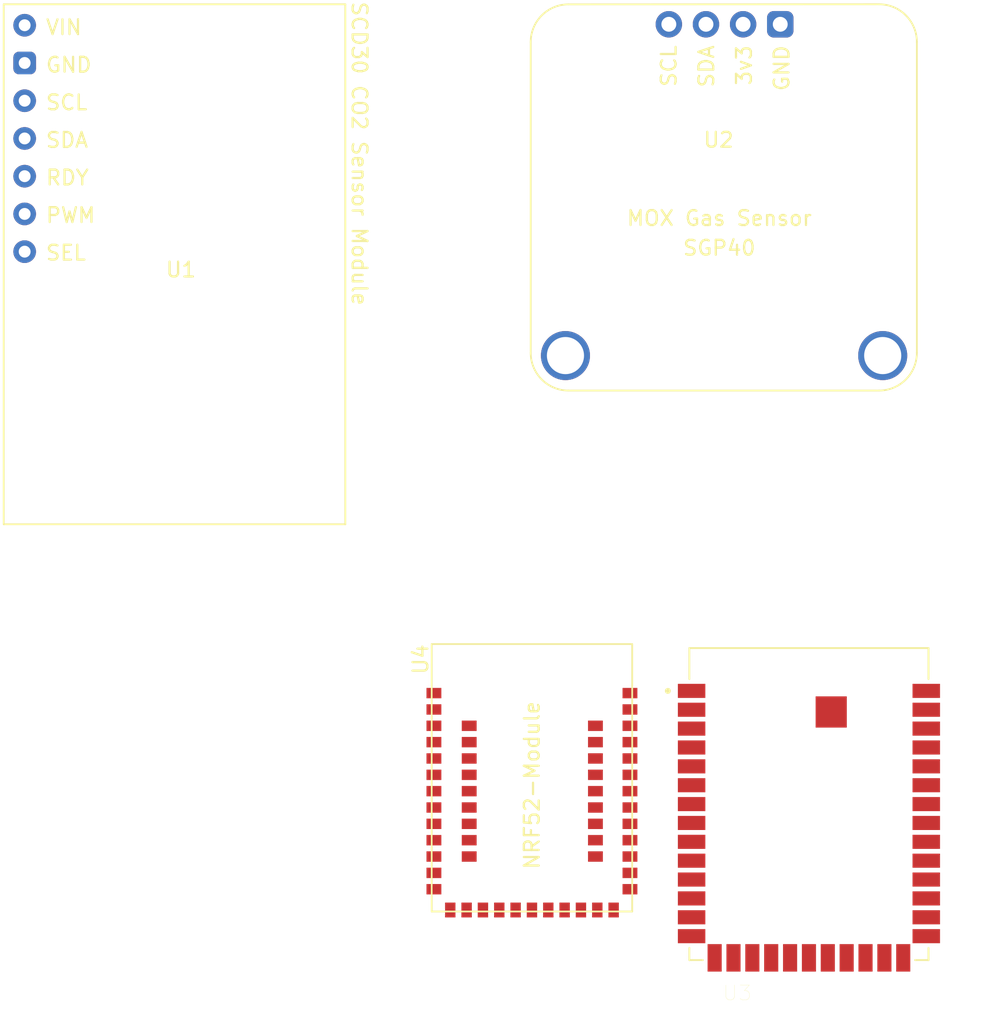
<source format=kicad_pcb>
(kicad_pcb (version 20171130) (host pcbnew 5.1.5+dfsg1-2build2)

  (general
    (thickness 1.6)
    (drawings 0)
    (tracks 0)
    (zones 0)
    (modules 4)
    (nets 93)
  )

  (page A4)
  (layers
    (0 F.Cu signal)
    (31 B.Cu signal)
    (32 B.Adhes user)
    (33 F.Adhes user)
    (34 B.Paste user)
    (35 F.Paste user)
    (36 B.SilkS user)
    (37 F.SilkS user)
    (38 B.Mask user)
    (39 F.Mask user)
    (40 Dwgs.User user)
    (41 Cmts.User user)
    (42 Eco1.User user)
    (43 Eco2.User user)
    (44 Edge.Cuts user)
    (45 Margin user)
    (46 B.CrtYd user)
    (47 F.CrtYd user)
    (48 B.Fab user)
    (49 F.Fab user)
  )

  (setup
    (last_trace_width 0.25)
    (trace_clearance 0.2)
    (zone_clearance 0.508)
    (zone_45_only no)
    (trace_min 0.2)
    (via_size 0.8)
    (via_drill 0.4)
    (via_min_size 0.4)
    (via_min_drill 0.3)
    (uvia_size 0.3)
    (uvia_drill 0.1)
    (uvias_allowed no)
    (uvia_min_size 0.2)
    (uvia_min_drill 0.1)
    (edge_width 0.05)
    (segment_width 0.2)
    (pcb_text_width 0.3)
    (pcb_text_size 1.5 1.5)
    (mod_edge_width 0.12)
    (mod_text_size 1 1)
    (mod_text_width 0.15)
    (pad_size 1.524 1.524)
    (pad_drill 0.762)
    (pad_to_mask_clearance 0)
    (aux_axis_origin 0 0)
    (visible_elements FFFFFF7F)
    (pcbplotparams
      (layerselection 0x010fc_ffffffff)
      (usegerberextensions false)
      (usegerberattributes true)
      (usegerberadvancedattributes true)
      (creategerberjobfile true)
      (excludeedgelayer true)
      (linewidth 0.100000)
      (plotframeref false)
      (viasonmask false)
      (mode 1)
      (useauxorigin false)
      (hpglpennumber 1)
      (hpglpenspeed 20)
      (hpglpendiameter 15.000000)
      (psnegative false)
      (psa4output false)
      (plotreference true)
      (plotvalue true)
      (plotinvisibletext false)
      (padsonsilk false)
      (subtractmaskfromsilk false)
      (outputformat 1)
      (mirror false)
      (drillshape 1)
      (scaleselection 1)
      (outputdirectory ""))
  )

  (net 0 "")
  (net 1 "Net-(U1-Pad6)")
  (net 2 "Net-(U1-Pad7)")
  (net 3 "Net-(U1-Pad5)")
  (net 4 VDD)
  (net 5 GND)
  (net 6 SCL)
  (net 7 SDA)
  (net 8 "Net-(U3-PadP38)")
  (net 9 "Net-(U3-PadP37)")
  (net 10 "Net-(U3-PadP36)")
  (net 11 "Net-(U3-PadP35)")
  (net 12 "Net-(U3-PadP34)")
  (net 13 "Net-(U3-PadP33)")
  (net 14 "Net-(U3-PadP32)")
  (net 15 "Net-(U3-PadP31)")
  (net 16 "Net-(U3-PadP30)")
  (net 17 "Net-(U3-PadP29)")
  (net 18 "Net-(U3-PadP28)")
  (net 19 "Net-(U3-PadP24)")
  (net 20 "Net-(U3-PadP22)")
  (net 21 "Net-(U3-PadP20)")
  (net 22 "Net-(U3-PadP18)")
  (net 23 "Net-(U3-PadP17)")
  (net 24 "Net-(U3-PadP16)")
  (net 25 "Net-(U3-PadP15)")
  (net 26 "Net-(U3-PadP13)")
  (net 27 "Net-(U3-PadP12)")
  (net 28 "Net-(U3-PadP11)")
  (net 29 "Net-(U3-PadP10)")
  (net 30 "Net-(U3-PadP9)")
  (net 31 "Net-(U3-PadP8)")
  (net 32 "Net-(U3-PadP7)")
  (net 33 "Net-(U3-PadP6)")
  (net 34 "Net-(U3-PadP4)")
  (net 35 "Net-(U3-PadP3)")
  (net 36 "Net-(U3-PadP2)")
  (net 37 AN_IN0)
  (net 38 "Net-(U4-Pad55)")
  (net 39 "Net-(U4-Pad54)")
  (net 40 "Net-(U4-Pad48)")
  (net 41 "Net-(U4-Pad50)")
  (net 42 "Net-(U4-Pad47)")
  (net 43 "Net-(U4-Pad45)")
  (net 44 "Net-(U4-Pad49)")
  (net 45 "Net-(U4-Pad52)")
  (net 46 "Net-(U4-Pad51)")
  (net 47 "Net-(U4-Pad53)")
  (net 48 "Net-(U4-Pad46)")
  (net 49 "Net-(U4-Pad1)")
  (net 50 "Net-(U4-Pad2)")
  (net 51 "Net-(U4-Pad3)")
  (net 52 "Net-(U4-Pad4)")
  (net 53 "Net-(U4-Pad5)")
  (net 54 "Net-(U4-Pad6)")
  (net 55 "Net-(U4-Pad7)")
  (net 56 "Net-(U4-Pad8)")
  (net 57 "Net-(U4-Pad9)")
  (net 58 "Net-(U4-Pad10)")
  (net 59 "Net-(U4-Pad11)")
  (net 60 "Net-(U4-Pad12)")
  (net 61 "Net-(U4-Pad13)")
  (net 62 "Net-(U4-Pad14)")
  (net 63 "Net-(U4-Pad15)")
  (net 64 "Net-(U4-Pad16)")
  (net 65 "Net-(U4-Pad17)")
  (net 66 "Net-(U4-Pad18)")
  (net 67 "Net-(U4-Pad19)")
  (net 68 "Net-(U4-Pad20)")
  (net 69 "Net-(U4-Pad21)")
  (net 70 "Net-(U4-Pad22)")
  (net 71 "Net-(U4-Pad23)")
  (net 72 "Net-(U4-Pad24)")
  (net 73 "Net-(U4-Pad25)")
  (net 74 "Net-(U4-Pad26)")
  (net 75 "Net-(U4-Pad27)")
  (net 76 "Net-(U4-Pad28)")
  (net 77 "Net-(U4-Pad29)")
  (net 78 "Net-(U4-Pad30)")
  (net 79 "Net-(U4-Pad31)")
  (net 80 "Net-(U4-Pad32)")
  (net 81 "Net-(U4-Pad33)")
  (net 82 "Net-(U4-Pad34)")
  (net 83 "Net-(U4-Pad35)")
  (net 84 "Net-(U4-Pad36)")
  (net 85 "Net-(U4-Pad37)")
  (net 86 "Net-(U4-Pad38)")
  (net 87 "Net-(U4-Pad39)")
  (net 88 "Net-(U4-Pad40)")
  (net 89 "Net-(U4-Pad41)")
  (net 90 "Net-(U4-Pad42)")
  (net 91 "Net-(U4-Pad43)")
  (net 92 "Net-(U4-Pad44)")

  (net_class Default "This is the default net class."
    (clearance 0.2)
    (trace_width 0.25)
    (via_dia 0.8)
    (via_drill 0.4)
    (uvia_dia 0.3)
    (uvia_drill 0.1)
    (add_net AN_IN0)
    (add_net GND)
    (add_net "Net-(U1-Pad5)")
    (add_net "Net-(U1-Pad6)")
    (add_net "Net-(U1-Pad7)")
    (add_net "Net-(U3-PadP10)")
    (add_net "Net-(U3-PadP11)")
    (add_net "Net-(U3-PadP12)")
    (add_net "Net-(U3-PadP13)")
    (add_net "Net-(U3-PadP15)")
    (add_net "Net-(U3-PadP16)")
    (add_net "Net-(U3-PadP17)")
    (add_net "Net-(U3-PadP18)")
    (add_net "Net-(U3-PadP2)")
    (add_net "Net-(U3-PadP20)")
    (add_net "Net-(U3-PadP22)")
    (add_net "Net-(U3-PadP24)")
    (add_net "Net-(U3-PadP28)")
    (add_net "Net-(U3-PadP29)")
    (add_net "Net-(U3-PadP3)")
    (add_net "Net-(U3-PadP30)")
    (add_net "Net-(U3-PadP31)")
    (add_net "Net-(U3-PadP32)")
    (add_net "Net-(U3-PadP33)")
    (add_net "Net-(U3-PadP34)")
    (add_net "Net-(U3-PadP35)")
    (add_net "Net-(U3-PadP36)")
    (add_net "Net-(U3-PadP37)")
    (add_net "Net-(U3-PadP38)")
    (add_net "Net-(U3-PadP4)")
    (add_net "Net-(U3-PadP6)")
    (add_net "Net-(U3-PadP7)")
    (add_net "Net-(U3-PadP8)")
    (add_net "Net-(U3-PadP9)")
    (add_net "Net-(U4-Pad1)")
    (add_net "Net-(U4-Pad10)")
    (add_net "Net-(U4-Pad11)")
    (add_net "Net-(U4-Pad12)")
    (add_net "Net-(U4-Pad13)")
    (add_net "Net-(U4-Pad14)")
    (add_net "Net-(U4-Pad15)")
    (add_net "Net-(U4-Pad16)")
    (add_net "Net-(U4-Pad17)")
    (add_net "Net-(U4-Pad18)")
    (add_net "Net-(U4-Pad19)")
    (add_net "Net-(U4-Pad2)")
    (add_net "Net-(U4-Pad20)")
    (add_net "Net-(U4-Pad21)")
    (add_net "Net-(U4-Pad22)")
    (add_net "Net-(U4-Pad23)")
    (add_net "Net-(U4-Pad24)")
    (add_net "Net-(U4-Pad25)")
    (add_net "Net-(U4-Pad26)")
    (add_net "Net-(U4-Pad27)")
    (add_net "Net-(U4-Pad28)")
    (add_net "Net-(U4-Pad29)")
    (add_net "Net-(U4-Pad3)")
    (add_net "Net-(U4-Pad30)")
    (add_net "Net-(U4-Pad31)")
    (add_net "Net-(U4-Pad32)")
    (add_net "Net-(U4-Pad33)")
    (add_net "Net-(U4-Pad34)")
    (add_net "Net-(U4-Pad35)")
    (add_net "Net-(U4-Pad36)")
    (add_net "Net-(U4-Pad37)")
    (add_net "Net-(U4-Pad38)")
    (add_net "Net-(U4-Pad39)")
    (add_net "Net-(U4-Pad4)")
    (add_net "Net-(U4-Pad40)")
    (add_net "Net-(U4-Pad41)")
    (add_net "Net-(U4-Pad42)")
    (add_net "Net-(U4-Pad43)")
    (add_net "Net-(U4-Pad44)")
    (add_net "Net-(U4-Pad45)")
    (add_net "Net-(U4-Pad46)")
    (add_net "Net-(U4-Pad47)")
    (add_net "Net-(U4-Pad48)")
    (add_net "Net-(U4-Pad49)")
    (add_net "Net-(U4-Pad5)")
    (add_net "Net-(U4-Pad50)")
    (add_net "Net-(U4-Pad51)")
    (add_net "Net-(U4-Pad52)")
    (add_net "Net-(U4-Pad53)")
    (add_net "Net-(U4-Pad54)")
    (add_net "Net-(U4-Pad55)")
    (add_net "Net-(U4-Pad6)")
    (add_net "Net-(U4-Pad7)")
    (add_net "Net-(U4-Pad8)")
    (add_net "Net-(U4-Pad9)")
    (add_net SCL)
    (add_net SDA)
    (add_net VDD)
  )

  (module nrf52:nrf52-waveshare (layer F.Cu) (tedit 60721762) (tstamp 60CA07F6)
    (at 130.81 120.65)
    (path /60C9C279)
    (fp_text reference U4 (at -0.748 1.024 -90) (layer F.SilkS)
      (effects (font (size 1 1) (thickness 0.15)))
    )
    (fp_text value NRF52840 (at 6.65 2.05) (layer F.Fab)
      (effects (font (size 1 1) (thickness 0.15)))
    )
    (fp_text user NRF52-Module (at 6.75 9.5 -90) (layer F.SilkS)
      (effects (font (size 1 1) (thickness 0.15)))
    )
    (fp_line (start 13.5 0) (end 13.5 18) (layer F.SilkS) (width 0.12))
    (fp_line (start 13.5 0) (end 0 0) (layer F.SilkS) (width 0.12))
    (fp_line (start 0 0) (end 0 18) (layer F.SilkS) (width 0.12))
    (fp_line (start 0 18) (end 13.5 18) (layer F.SilkS) (width 0.12))
    (pad 55 smd rect (at 1.25 17.9 90) (size 1 0.7) (layers F.Cu F.Paste F.Mask)
      (net 38 "Net-(U4-Pad55)"))
    (pad 54 smd rect (at 2.35 17.9 90) (size 1 0.7) (layers F.Cu F.Paste F.Mask)
      (net 39 "Net-(U4-Pad54)"))
    (pad 48 smd rect (at 8.95 17.9 90) (size 1 0.7) (layers F.Cu F.Paste F.Mask)
      (net 40 "Net-(U4-Pad48)"))
    (pad 50 smd rect (at 6.75 17.9 90) (size 1 0.7) (layers F.Cu F.Paste F.Mask)
      (net 41 "Net-(U4-Pad50)"))
    (pad 47 smd rect (at 10.05 17.9 90) (size 1 0.7) (layers F.Cu F.Paste F.Mask)
      (net 42 "Net-(U4-Pad47)"))
    (pad 45 smd rect (at 12.25 17.9 90) (size 1 0.7) (layers F.Cu F.Paste F.Mask)
      (net 43 "Net-(U4-Pad45)"))
    (pad 49 smd rect (at 7.85 17.9 90) (size 1 0.7) (layers F.Cu F.Paste F.Mask)
      (net 44 "Net-(U4-Pad49)"))
    (pad 52 smd rect (at 4.55 17.9 90) (size 1 0.7) (layers F.Cu F.Paste F.Mask)
      (net 45 "Net-(U4-Pad52)"))
    (pad 51 smd rect (at 5.65 17.9 90) (size 1 0.7) (layers F.Cu F.Paste F.Mask)
      (net 46 "Net-(U4-Pad51)"))
    (pad 53 smd rect (at 3.45 17.9 90) (size 1 0.7) (layers F.Cu F.Paste F.Mask)
      (net 47 "Net-(U4-Pad53)"))
    (pad 46 smd rect (at 11.15 17.9 90) (size 1 0.7) (layers F.Cu F.Paste F.Mask)
      (net 48 "Net-(U4-Pad46)"))
    (pad 1 smd rect (at 0.15 3.3) (size 1 0.7) (layers F.Cu F.Paste F.Mask)
      (net 49 "Net-(U4-Pad1)"))
    (pad 2 smd rect (at 0.15 4.4) (size 1 0.7) (layers F.Cu F.Paste F.Mask)
      (net 50 "Net-(U4-Pad2)"))
    (pad 3 smd rect (at 0.15 5.5) (size 1 0.7) (layers F.Cu F.Paste F.Mask)
      (net 51 "Net-(U4-Pad3)"))
    (pad 4 smd rect (at 0.15 6.6) (size 1 0.7) (layers F.Cu F.Paste F.Mask)
      (net 52 "Net-(U4-Pad4)"))
    (pad 5 smd rect (at 0.15 7.7) (size 1 0.7) (layers F.Cu F.Paste F.Mask)
      (net 53 "Net-(U4-Pad5)"))
    (pad 6 smd rect (at 0.15 8.8) (size 1 0.7) (layers F.Cu F.Paste F.Mask)
      (net 54 "Net-(U4-Pad6)"))
    (pad 7 smd rect (at 0.15 9.9) (size 1 0.7) (layers F.Cu F.Paste F.Mask)
      (net 55 "Net-(U4-Pad7)"))
    (pad 8 smd rect (at 0.15 11) (size 1 0.7) (layers F.Cu F.Paste F.Mask)
      (net 56 "Net-(U4-Pad8)"))
    (pad 9 smd rect (at 0.15 12.1) (size 1 0.7) (layers F.Cu F.Paste F.Mask)
      (net 57 "Net-(U4-Pad9)"))
    (pad 10 smd rect (at 0.15 13.2) (size 1 0.7) (layers F.Cu F.Paste F.Mask)
      (net 58 "Net-(U4-Pad10)"))
    (pad 11 smd rect (at 0.15 14.3) (size 1 0.7) (layers F.Cu F.Paste F.Mask)
      (net 59 "Net-(U4-Pad11)"))
    (pad 12 smd rect (at 0.15 15.4) (size 1 0.7) (layers F.Cu F.Paste F.Mask)
      (net 60 "Net-(U4-Pad12)"))
    (pad 13 smd rect (at 0.15 16.5) (size 1 0.7) (layers F.Cu F.Paste F.Mask)
      (net 61 "Net-(U4-Pad13)"))
    (pad 14 smd rect (at 2.525 5.5) (size 1 0.7) (layers F.Cu F.Paste F.Mask)
      (net 62 "Net-(U4-Pad14)"))
    (pad 15 smd rect (at 2.525 6.6) (size 1 0.7) (layers F.Cu F.Paste F.Mask)
      (net 63 "Net-(U4-Pad15)"))
    (pad 16 smd rect (at 2.525 7.7) (size 1 0.7) (layers F.Cu F.Paste F.Mask)
      (net 64 "Net-(U4-Pad16)"))
    (pad 17 smd rect (at 2.525 8.8) (size 1 0.7) (layers F.Cu F.Paste F.Mask)
      (net 65 "Net-(U4-Pad17)"))
    (pad 18 smd rect (at 2.525 9.9) (size 1 0.7) (layers F.Cu F.Paste F.Mask)
      (net 66 "Net-(U4-Pad18)"))
    (pad 19 smd rect (at 2.525 11) (size 1 0.7) (layers F.Cu F.Paste F.Mask)
      (net 67 "Net-(U4-Pad19)"))
    (pad 20 smd rect (at 2.525 12.1) (size 1 0.7) (layers F.Cu F.Paste F.Mask)
      (net 68 "Net-(U4-Pad20)"))
    (pad 21 smd rect (at 2.525 13.2) (size 1 0.7) (layers F.Cu F.Paste F.Mask)
      (net 69 "Net-(U4-Pad21)"))
    (pad 22 smd rect (at 2.525 14.3) (size 1 0.7) (layers F.Cu F.Paste F.Mask)
      (net 70 "Net-(U4-Pad22)"))
    (pad 23 smd rect (at 11.025 5.5) (size 1 0.7) (layers F.Cu F.Paste F.Mask)
      (net 71 "Net-(U4-Pad23)"))
    (pad 24 smd rect (at 11.025 6.6) (size 1 0.7) (layers F.Cu F.Paste F.Mask)
      (net 72 "Net-(U4-Pad24)"))
    (pad 25 smd rect (at 11.025 7.7) (size 1 0.7) (layers F.Cu F.Paste F.Mask)
      (net 73 "Net-(U4-Pad25)"))
    (pad 26 smd rect (at 11.025 8.8) (size 1 0.7) (layers F.Cu F.Paste F.Mask)
      (net 74 "Net-(U4-Pad26)"))
    (pad 27 smd rect (at 11.025 9.9) (size 1 0.7) (layers F.Cu F.Paste F.Mask)
      (net 75 "Net-(U4-Pad27)"))
    (pad 28 smd rect (at 11.025 11) (size 1 0.7) (layers F.Cu F.Paste F.Mask)
      (net 76 "Net-(U4-Pad28)"))
    (pad 29 smd rect (at 11.025 12.1) (size 1 0.7) (layers F.Cu F.Paste F.Mask)
      (net 77 "Net-(U4-Pad29)"))
    (pad 30 smd rect (at 11.025 13.2) (size 1 0.7) (layers F.Cu F.Paste F.Mask)
      (net 78 "Net-(U4-Pad30)"))
    (pad 31 smd rect (at 11.025 14.3) (size 1 0.7) (layers F.Cu F.Paste F.Mask)
      (net 79 "Net-(U4-Pad31)"))
    (pad 32 smd rect (at 13.35 3.3) (size 1 0.7) (layers F.Cu F.Paste F.Mask)
      (net 80 "Net-(U4-Pad32)"))
    (pad 33 smd rect (at 13.35 4.4) (size 1 0.7) (layers F.Cu F.Paste F.Mask)
      (net 81 "Net-(U4-Pad33)"))
    (pad 34 smd rect (at 13.35 5.5) (size 1 0.7) (layers F.Cu F.Paste F.Mask)
      (net 82 "Net-(U4-Pad34)"))
    (pad 35 smd rect (at 13.35 6.6) (size 1 0.7) (layers F.Cu F.Paste F.Mask)
      (net 83 "Net-(U4-Pad35)"))
    (pad 36 smd rect (at 13.35 7.7) (size 1 0.7) (layers F.Cu F.Paste F.Mask)
      (net 84 "Net-(U4-Pad36)"))
    (pad 37 smd rect (at 13.35 8.8) (size 1 0.7) (layers F.Cu F.Paste F.Mask)
      (net 85 "Net-(U4-Pad37)"))
    (pad 38 smd rect (at 13.35 9.9) (size 1 0.7) (layers F.Cu F.Paste F.Mask)
      (net 86 "Net-(U4-Pad38)"))
    (pad 39 smd rect (at 13.35 11) (size 1 0.7) (layers F.Cu F.Paste F.Mask)
      (net 87 "Net-(U4-Pad39)"))
    (pad 40 smd rect (at 13.35 12.1) (size 1 0.7) (layers F.Cu F.Paste F.Mask)
      (net 88 "Net-(U4-Pad40)"))
    (pad 41 smd rect (at 13.35 13.2) (size 1 0.7) (layers F.Cu F.Paste F.Mask)
      (net 89 "Net-(U4-Pad41)"))
    (pad 42 smd rect (at 13.35 14.3) (size 1 0.7) (layers F.Cu F.Paste F.Mask)
      (net 90 "Net-(U4-Pad42)"))
    (pad 43 smd rect (at 13.35 15.4) (size 1 0.7) (layers F.Cu F.Paste F.Mask)
      (net 91 "Net-(U4-Pad43)"))
    (pad 44 smd rect (at 13.35 16.5) (size 1 0.7) (layers F.Cu F.Paste F.Mask)
      (net 92 "Net-(U4-Pad44)"))
  )

  (module mdx:XCVR_MDX-STWBP-R01 (layer F.Cu) (tedit 60C6324E) (tstamp 60C67EF7)
    (at 156.21 128.27)
    (path /60C64641)
    (fp_text reference U3 (at -4.825 15.865) (layer F.SilkS)
      (effects (font (size 1 1) (thickness 0.015)))
    )
    (fp_text value MDX-STWBP-R01 (at 3.43 17.365) (layer F.Fab)
      (effects (font (size 1 1) (thickness 0.015)))
    )
    (fp_text user PCB~Edge (at 9.5 -7.5) (layer F.Fab)
      (effects (font (size 0.64 0.64) (thickness 0.015)))
    )
    (fp_line (start -9.075 -13.9) (end 9.075 -13.9) (layer F.CrtYd) (width 0.05))
    (fp_line (start 9.075 -13.9) (end 9.075 14.675) (layer F.CrtYd) (width 0.05))
    (fp_line (start 9.075 14.675) (end -9.075 14.675) (layer F.CrtYd) (width 0.05))
    (fp_line (start -9.075 14.675) (end -9.075 -13.9) (layer F.CrtYd) (width 0.05))
    (fp_line (start -8.05 -7.35) (end 8.05 -7.35) (layer F.SilkS) (width 0.127))
    (fp_line (start -8.05 13.65) (end -8.05 12.835) (layer F.SilkS) (width 0.127))
    (fp_line (start -7.145 13.65) (end -8.05 13.65) (layer F.SilkS) (width 0.127))
    (fp_line (start 8.05 13.65) (end 7.145 13.65) (layer F.SilkS) (width 0.127))
    (fp_line (start 8.05 12.835) (end 8.05 13.65) (layer F.SilkS) (width 0.127))
    (fp_line (start 8.05 -13.65) (end 8.05 -7.35) (layer F.Fab) (width 0.127))
    (fp_line (start 8.05 -7.35) (end 8.05 -5.265) (layer F.SilkS) (width 0.127))
    (fp_line (start -8.05 -13.65) (end 8.05 -13.65) (layer F.Fab) (width 0.127))
    (fp_line (start -8.05 -5.265) (end -8.05 -7.35) (layer F.SilkS) (width 0.127))
    (fp_line (start -8.05 -7.35) (end -8.05 -13.65) (layer F.Fab) (width 0.127))
    (fp_line (start 8.05 -7.35) (end 12 -7.35) (layer F.Fab) (width 0.127))
    (fp_line (start -12 -7.35) (end -8.05 -7.35) (layer F.Fab) (width 0.127))
    (fp_line (start -8.05 -7.35) (end 8.05 -7.35) (layer F.Fab) (width 0.127))
    (fp_line (start 8.05 -7.35) (end 8.05 13.65) (layer F.Fab) (width 0.127))
    (fp_line (start -8.05 13.65) (end -8.05 -7.35) (layer F.Fab) (width 0.127))
    (fp_line (start 8.05 13.65) (end -8.05 13.65) (layer F.Fab) (width 0.127))
    (fp_poly (pts (xy 8.05 -7.35) (xy 8.05 -4.95) (xy 6.97 -4.95) (xy 6.97 -3.99)
      (xy 8.05 -3.99) (xy 8.05 -3.68) (xy 6.97 -3.68) (xy 6.97 -2.72)
      (xy 8.05 -2.72) (xy 8.05 -2.41) (xy 6.97 -2.41) (xy 6.97 -1.45)
      (xy 8.05 -1.45) (xy 8.05 -1.14) (xy 6.97 -1.14) (xy 6.97 -0.18)
      (xy 8.05 -0.18) (xy 8.05 0.13) (xy 6.97 0.13) (xy 6.97 1.09)
      (xy 8.05 1.09) (xy 8.05 1.4) (xy 6.97 1.4) (xy 6.97 2.36)
      (xy 8.05 2.36) (xy 8.05 2.67) (xy 6.97 2.67) (xy 6.97 3.63)
      (xy 8.05 3.63) (xy 8.05 3.94) (xy 6.97 3.94) (xy 6.97 4.9)
      (xy 8.05 4.9) (xy 8.05 5.21) (xy 6.97 5.21) (xy 6.97 6.17)
      (xy 8.05 6.17) (xy 8.05 6.48) (xy 6.97 6.48) (xy 6.97 7.44)
      (xy 8.05 7.44) (xy 8.05 7.75) (xy 6.97 7.75) (xy 6.97 8.71)
      (xy 8.05 8.71) (xy 8.05 9.02) (xy 6.97 9.02) (xy 6.97 9.98)
      (xy 8.05 9.98) (xy 8.05 10.29) (xy 6.97 10.29) (xy 6.97 11.25)
      (xy 8.05 11.25) (xy 8.05 11.56) (xy 6.97 11.56) (xy 6.97 12.52)
      (xy 8.05 12.52) (xy 8.05 13.65) (xy 6.83 13.65) (xy 6.83 12.57)
      (xy 5.87 12.57) (xy 5.87 13.65) (xy 5.56 13.65) (xy 5.56 12.57)
      (xy 4.6 12.57) (xy 4.6 13.65) (xy 4.29 13.65) (xy 4.29 12.57)
      (xy 3.33 12.57) (xy 3.33 13.65) (xy 3.02 13.65) (xy 3.02 12.57)
      (xy 2.06 12.57) (xy 2.06 13.65) (xy 1.75 13.65) (xy 1.75 12.57)
      (xy 0.79 12.57) (xy 0.79 13.65) (xy 0.48 13.65) (xy 0.48 12.57)
      (xy -0.48 12.57) (xy -0.48 13.65) (xy -0.79 13.65) (xy -0.79 12.57)
      (xy -1.75 12.57) (xy -1.75 13.65) (xy -2.06 13.65) (xy -2.06 12.57)
      (xy -3.02 12.57) (xy -3.02 13.65) (xy -3.33 13.65) (xy -3.33 12.57)
      (xy -4.29 12.57) (xy -4.29 13.65) (xy -4.6 13.65) (xy -4.6 12.57)
      (xy -5.56 12.57) (xy -5.56 13.65) (xy -5.87 13.65) (xy -5.87 12.57)
      (xy -6.83 12.57) (xy -6.83 13.65) (xy -8.05 13.65) (xy -8.05 12.52)
      (xy -6.97 12.52) (xy -6.97 11.56) (xy -8.05 11.56) (xy -8.05 11.25)
      (xy -6.97 11.25) (xy -6.97 10.29) (xy -8.05 10.29) (xy -8.05 9.98)
      (xy -6.97 9.98) (xy -6.97 9.02) (xy -8.05 9.02) (xy -8.05 8.71)
      (xy -6.97 8.71) (xy -6.97 7.75) (xy -8.05 7.75) (xy -8.05 7.44)
      (xy -6.97 7.44) (xy -6.97 6.48) (xy -8.05 6.48) (xy -8.05 6.17)
      (xy -6.97 6.17) (xy -6.97 5.21) (xy -8.05 5.21) (xy -8.05 4.9)
      (xy -6.97 4.9) (xy -6.97 3.94) (xy -8.05 3.94) (xy -8.05 3.63)
      (xy -6.97 3.63) (xy -6.97 2.67) (xy -8.05 2.67) (xy -8.05 2.36)
      (xy -6.97 2.36) (xy -6.97 1.4) (xy -8.05 1.4) (xy -8.05 1.09)
      (xy -6.97 1.09) (xy -6.97 0.13) (xy -8.05 0.13) (xy -8.05 -0.18)
      (xy -6.97 -0.18) (xy -6.97 -1.14) (xy -8.05 -1.14) (xy -8.05 -1.45)
      (xy -6.97 -1.45) (xy -6.97 -2.41) (xy -8.05 -2.41) (xy -8.05 -2.72)
      (xy -6.97 -2.72) (xy -6.97 -3.68) (xy -8.05 -3.68) (xy -8.05 -3.99)
      (xy -6.97 -3.99) (xy -6.97 -4.95) (xy -8.05 -4.95) (xy -8.05 -7.35)
      (xy 0.445 -7.35) (xy 0.445 -1.995) (xy 2.555 -1.995) (xy 2.555 -4.105)
      (xy 0.45 -4.105) (xy 0.45 -7.35)) (layer Dwgs.User) (width 0.01))
    (fp_poly (pts (xy 2.555 -3.99) (xy 8.05 -3.99) (xy 8.05 -3.68) (xy 6.97 -3.68)
      (xy 6.97 -2.72) (xy 8.05 -2.72) (xy 8.05 -2.41) (xy 6.97 -2.41)
      (xy 6.97 -1.45) (xy 8.05 -1.45) (xy 8.05 -1.14) (xy 6.97 -1.14)
      (xy 6.97 -0.18) (xy 8.05 -0.18) (xy 8.05 0.13) (xy 6.97 0.13)
      (xy 6.97 1.09) (xy 8.05 1.09) (xy 8.05 1.4) (xy 6.97 1.4)
      (xy 6.97 2.36) (xy 8.05 2.36) (xy 8.05 2.67) (xy 6.97 2.67)
      (xy 6.97 3.63) (xy 8.05 3.63) (xy 8.05 3.94) (xy 6.97 3.94)
      (xy 6.97 4.9) (xy 8.05 4.9) (xy 8.05 5.21) (xy 6.97 5.21)
      (xy 6.97 6.17) (xy 8.05 6.17) (xy 8.05 6.48) (xy 6.97 6.48)
      (xy 6.97 7.44) (xy 8.05 7.44) (xy 8.05 7.75) (xy 6.97 7.75)
      (xy 6.97 8.71) (xy 8.05 8.71) (xy 8.05 9.02) (xy 6.97 9.02)
      (xy 6.97 9.98) (xy 8.05 9.98) (xy 8.05 10.29) (xy 6.97 10.29)
      (xy 6.97 11.25) (xy 8.05 11.25) (xy 8.05 11.56) (xy 6.97 11.56)
      (xy 6.97 12.52) (xy 8.05 12.52) (xy 8.05 13.65) (xy 6.83 13.65)
      (xy 6.83 12.57) (xy 5.87 12.57) (xy 5.87 13.65) (xy 5.56 13.65)
      (xy 5.56 12.57) (xy 4.6 12.57) (xy 4.6 13.65) (xy 4.29 13.65)
      (xy 4.29 12.57) (xy 3.33 12.57) (xy 3.33 13.65) (xy 3.02 13.65)
      (xy 3.02 12.57) (xy 2.06 12.57) (xy 2.06 13.65) (xy 1.75 13.65)
      (xy 1.75 12.57) (xy 0.79 12.57) (xy 0.79 13.65) (xy 0.48 13.65)
      (xy 0.48 12.57) (xy -0.48 12.57) (xy -0.48 13.65) (xy -0.79 13.65)
      (xy -0.79 12.57) (xy -1.75 12.57) (xy -1.75 13.65) (xy -2.06 13.65)
      (xy -2.06 12.57) (xy -3.02 12.57) (xy -3.02 13.65) (xy -3.33 13.65)
      (xy -3.33 12.57) (xy -4.29 12.57) (xy -4.29 13.65) (xy -4.6 13.65)
      (xy -4.6 12.57) (xy -5.56 12.57) (xy -5.56 13.65) (xy -5.87 13.65)
      (xy -5.87 12.57) (xy -6.83 12.57) (xy -6.83 13.65) (xy -8.05 13.65)
      (xy -8.05 12.52) (xy -6.97 12.52) (xy -6.97 11.56) (xy -8.05 11.56)
      (xy -8.05 11.25) (xy -6.97 11.25) (xy -6.97 10.29) (xy -8.05 10.29)
      (xy -8.05 9.98) (xy -6.97 9.98) (xy -6.97 9.02) (xy -8.05 9.02)
      (xy -8.05 8.71) (xy -6.97 8.71) (xy -6.97 7.75) (xy -8.05 7.75)
      (xy -8.05 7.44) (xy -6.97 7.44) (xy -6.97 6.48) (xy -8.05 6.48)
      (xy -8.05 6.17) (xy -6.97 6.17) (xy -6.97 5.21) (xy -8.05 5.21)
      (xy -8.05 4.9) (xy -6.97 4.9) (xy -6.97 3.94) (xy -8.05 3.94)
      (xy -8.05 3.63) (xy -6.97 3.63) (xy -6.97 2.67) (xy -8.05 2.67)
      (xy -8.05 2.36) (xy -6.97 2.36) (xy -6.97 1.4) (xy -8.05 1.4)
      (xy -8.05 1.09) (xy -6.97 1.09) (xy -6.97 0.13) (xy -8.05 0.13)
      (xy -8.05 -0.18) (xy -6.97 -0.18) (xy -6.97 -1.14) (xy -8.05 -1.14)
      (xy -8.05 -1.45) (xy -6.97 -1.45) (xy -6.97 -2.41) (xy -8.05 -2.41)
      (xy -8.05 -2.72) (xy -6.97 -2.72) (xy -6.97 -3.68) (xy -8.05 -3.68)
      (xy -8.05 -3.99) (xy -6.97 -3.99) (xy -6.97 -4.95) (xy -8.05 -4.95)
      (xy -8.05 -7.35) (xy 8.05 -7.35) (xy 8.05 -4.95) (xy 0.445 -4.95)
      (xy 0.445 -1.995) (xy 2.555 -1.995)) (layer Dwgs.User) (width 0.01))
    (fp_circle (center -9.5 -4.47) (end -9.4 -4.47) (layer F.Fab) (width 0.2))
    (fp_circle (center -9.5 -4.47) (end -9.4 -4.47) (layer F.SilkS) (width 0.2))
    (pad P40 smd rect (at 1.5 -3.05) (size 2.1 2.1) (layers F.Cu F.Paste F.Mask)
      (net 5 GND))
    (pad P39 smd rect (at 7.9 -4.47) (size 1.85 0.95) (layers F.Cu F.Paste F.Mask)
      (net 5 GND))
    (pad P38 smd rect (at 7.9 -3.2) (size 1.85 0.95) (layers F.Cu F.Paste F.Mask)
      (net 8 "Net-(U3-PadP38)"))
    (pad P37 smd rect (at 7.9 -1.93) (size 1.85 0.95) (layers F.Cu F.Paste F.Mask)
      (net 9 "Net-(U3-PadP37)"))
    (pad P36 smd rect (at 7.9 -0.66) (size 1.85 0.95) (layers F.Cu F.Paste F.Mask)
      (net 10 "Net-(U3-PadP36)"))
    (pad P35 smd rect (at 7.9 0.61) (size 1.85 0.95) (layers F.Cu F.Paste F.Mask)
      (net 11 "Net-(U3-PadP35)"))
    (pad P34 smd rect (at 7.9 1.88) (size 1.85 0.95) (layers F.Cu F.Paste F.Mask)
      (net 12 "Net-(U3-PadP34)"))
    (pad P33 smd rect (at 7.9 3.15) (size 1.85 0.95) (layers F.Cu F.Paste F.Mask)
      (net 13 "Net-(U3-PadP33)"))
    (pad P32 smd rect (at 7.9 4.42) (size 1.85 0.95) (layers F.Cu F.Paste F.Mask)
      (net 14 "Net-(U3-PadP32)"))
    (pad P31 smd rect (at 7.9 5.69) (size 1.85 0.95) (layers F.Cu F.Paste F.Mask)
      (net 15 "Net-(U3-PadP31)"))
    (pad P30 smd rect (at 7.9 6.96) (size 1.85 0.95) (layers F.Cu F.Paste F.Mask)
      (net 16 "Net-(U3-PadP30)"))
    (pad P29 smd rect (at 7.9 8.23) (size 1.85 0.95) (layers F.Cu F.Paste F.Mask)
      (net 17 "Net-(U3-PadP29)"))
    (pad P28 smd rect (at 7.9 9.5) (size 1.85 0.95) (layers F.Cu F.Paste F.Mask)
      (net 18 "Net-(U3-PadP28)"))
    (pad P27 smd rect (at 7.9 10.77) (size 1.85 0.95) (layers F.Cu F.Paste F.Mask)
      (net 37 AN_IN0))
    (pad P26 smd rect (at 7.9 12.04) (size 1.85 0.95) (layers F.Cu F.Paste F.Mask)
      (net 5 GND))
    (pad P25 smd rect (at 6.35 13.5) (size 0.95 1.85) (layers F.Cu F.Paste F.Mask)
      (net 7 SDA))
    (pad P24 smd rect (at 5.08 13.5) (size 0.95 1.85) (layers F.Cu F.Paste F.Mask)
      (net 19 "Net-(U3-PadP24)"))
    (pad P23 smd rect (at 3.81 13.5) (size 0.95 1.85) (layers F.Cu F.Paste F.Mask)
      (net 6 SCL))
    (pad P22 smd rect (at 2.54 13.5) (size 0.95 1.85) (layers F.Cu F.Paste F.Mask)
      (net 20 "Net-(U3-PadP22)"))
    (pad P21 smd rect (at 1.27 13.5) (size 0.95 1.85) (layers F.Cu F.Paste F.Mask)
      (net 5 GND))
    (pad P20 smd rect (at 0 13.5) (size 0.95 1.85) (layers F.Cu F.Paste F.Mask)
      (net 21 "Net-(U3-PadP20)"))
    (pad P19 smd rect (at -1.27 13.5) (size 0.95 1.85) (layers F.Cu F.Paste F.Mask)
      (net 4 VDD))
    (pad P18 smd rect (at -2.54 13.5) (size 0.95 1.85) (layers F.Cu F.Paste F.Mask)
      (net 22 "Net-(U3-PadP18)"))
    (pad P17 smd rect (at -3.81 13.5) (size 0.95 1.85) (layers F.Cu F.Paste F.Mask)
      (net 23 "Net-(U3-PadP17)"))
    (pad P16 smd rect (at -5.08 13.5) (size 0.95 1.85) (layers F.Cu F.Paste F.Mask)
      (net 24 "Net-(U3-PadP16)"))
    (pad P15 smd rect (at -6.35 13.5) (size 0.95 1.85) (layers F.Cu F.Paste F.Mask)
      (net 25 "Net-(U3-PadP15)"))
    (pad P14 smd rect (at -7.9 12.04) (size 1.85 0.95) (layers F.Cu F.Paste F.Mask)
      (net 5 GND))
    (pad P13 smd rect (at -7.9 10.77) (size 1.85 0.95) (layers F.Cu F.Paste F.Mask)
      (net 26 "Net-(U3-PadP13)"))
    (pad P12 smd rect (at -7.9 9.5) (size 1.85 0.95) (layers F.Cu F.Paste F.Mask)
      (net 27 "Net-(U3-PadP12)"))
    (pad P11 smd rect (at -7.9 8.23) (size 1.85 0.95) (layers F.Cu F.Paste F.Mask)
      (net 28 "Net-(U3-PadP11)"))
    (pad P10 smd rect (at -7.9 6.96) (size 1.85 0.95) (layers F.Cu F.Paste F.Mask)
      (net 29 "Net-(U3-PadP10)"))
    (pad P9 smd rect (at -7.9 5.69) (size 1.85 0.95) (layers F.Cu F.Paste F.Mask)
      (net 30 "Net-(U3-PadP9)"))
    (pad P8 smd rect (at -7.9 4.42) (size 1.85 0.95) (layers F.Cu F.Paste F.Mask)
      (net 31 "Net-(U3-PadP8)"))
    (pad P7 smd rect (at -7.9 3.15) (size 1.85 0.95) (layers F.Cu F.Paste F.Mask)
      (net 32 "Net-(U3-PadP7)"))
    (pad P6 smd rect (at -7.9 1.88) (size 1.85 0.95) (layers F.Cu F.Paste F.Mask)
      (net 33 "Net-(U3-PadP6)"))
    (pad P5 smd rect (at -7.9 0.61) (size 1.85 0.95) (layers F.Cu F.Paste F.Mask)
      (net 5 GND))
    (pad P4 smd rect (at -7.9 -0.66) (size 1.85 0.95) (layers F.Cu F.Paste F.Mask)
      (net 34 "Net-(U3-PadP4)"))
    (pad P3 smd rect (at -7.9 -1.93) (size 1.85 0.95) (layers F.Cu F.Paste F.Mask)
      (net 35 "Net-(U3-PadP3)"))
    (pad P2 smd rect (at -7.9 -3.2) (size 1.85 0.95) (layers F.Cu F.Paste F.Mask)
      (net 36 "Net-(U3-PadP2)"))
    (pad P1 smd rect (at -7.9 -4.47) (size 1.85 0.95) (layers F.Cu F.Paste F.Mask)
      (net 5 GND))
  )

  (module sgp40:sgp40-sparkx-breakout (layer F.Cu) (tedit 6058868C) (tstamp 60C681F1)
    (at 137.4775 77.5843)
    (path /60C62A04)
    (fp_text reference U2 (at 12.65 9.13 180) (layer F.SilkS)
      (effects (font (size 1 1) (thickness 0.15)))
    )
    (fp_text value SGP40 (at 12.7 9.4 180) (layer F.Fab)
      (effects (font (size 1 1) (thickness 0.15)))
    )
    (fp_line (start 2.5389 26) (end 23.46 26) (layer F.SilkS) (width 0.12))
    (fp_line (start 26 23.46) (end 26 2.5464) (layer F.SilkS) (width 0.12))
    (fp_line (start 23.46 0) (end 2.5389 0.0064) (layer F.SilkS) (width 0.12))
    (fp_line (start -0.0011 2.5464) (end -0.0011 23.46) (layer F.SilkS) (width 0.12))
    (fp_text user GND (at 16.9 4.3 90) (layer F.SilkS)
      (effects (font (size 1 1) (thickness 0.15)))
    )
    (fp_text user 3v3 (at 14.366666 4.109524 90) (layer F.SilkS)
      (effects (font (size 1 1) (thickness 0.15)))
    )
    (fp_text user SDA (at 11.833333 4.180952 90) (layer F.SilkS)
      (effects (font (size 1 1) (thickness 0.15)))
    )
    (fp_text user SCL (at 9.3 4.157143 270) (layer F.SilkS)
      (effects (font (size 1 1) (thickness 0.15)))
    )
    (fp_arc (start 2.5389 23.46) (end -0.0011 23.46) (angle -90) (layer F.SilkS) (width 0.12))
    (fp_arc (start 23.46 23.46) (end 23.46 26) (angle -90) (layer F.SilkS) (width 0.12))
    (fp_arc (start 23.46 2.54) (end 26 2.54) (angle -90) (layer F.SilkS) (width 0.12))
    (fp_arc (start 2.5389 2.5464) (end 2.5389 0.0064) (angle -90) (layer F.SilkS) (width 0.12))
    (fp_text user SGP40 (at 12.7 16.4 180) (layer F.SilkS)
      (effects (font (size 1 1) (thickness 0.15)))
    )
    (fp_text user "MOX Gas Sensor" (at 12.7 14.4 180) (layer F.SilkS)
      (effects (font (size 1 1) (thickness 0.15)))
    )
    (pad M1 thru_hole circle (at 2.3389 23.6464 180) (size 3.3 3.3) (drill 2.5) (layers *.Cu *.Mask)
      (solder_mask_margin 0.0508))
    (pad M2 thru_hole circle (at 23.7 23.6464 180) (size 3.3 3.3) (drill 2.5) (layers *.Cu *.Mask)
      (solder_mask_margin 0.0508))
    (pad 1 thru_hole roundrect (at 16.8 1.3464 180) (size 1.778 1.778) (drill 1) (layers *.Cu *.Mask) (roundrect_rratio 0.25)
      (net 5 GND) (solder_mask_margin 0.0508))
    (pad 2 thru_hole circle (at 14.3 1.3464 180) (size 1.778 1.778) (drill 1) (layers *.Cu *.Mask)
      (net 4 VDD) (solder_mask_margin 0.0508))
    (pad 3 thru_hole circle (at 11.8 1.3464 180) (size 1.778 1.778) (drill 1) (layers *.Cu *.Mask)
      (net 7 SDA) (solder_mask_margin 0.0508))
    (pad 4 thru_hole circle (at 9.3 1.3464 180) (size 1.778 1.778) (drill 1) (layers *.Cu *.Mask)
      (net 6 SCL) (solder_mask_margin 0.0508))
  )

  (module scd30:scd30 (layer F.Cu) (tedit 60731A85) (tstamp 60C681D9)
    (at 101.9937 112.5855)
    (path /60C624CF)
    (fp_text reference U1 (at 11.93 -17.135 -180) (layer F.SilkS)
      (effects (font (size 1 1) (thickness 0.15)))
    )
    (fp_text value SCD30 (at 3.01 -0.99) (layer F.Fab)
      (effects (font (size 1 1) (thickness 0.15)))
    )
    (fp_line (start 23 0) (end 23 -35) (layer F.SilkS) (width 0.12))
    (fp_line (start 23 -35) (end 0 -35) (layer F.SilkS) (width 0.12))
    (fp_line (start 0 -35) (end 0 0) (layer F.SilkS) (width 0.12))
    (fp_line (start 0 0) (end 23 0) (layer F.SilkS) (width 0.12))
    (fp_text user "SCD30 CO2 Sensor Module" (at 23.95 -24.95 270 unlocked) (layer F.SilkS)
      (effects (font (size 1 1) (thickness 0.15)))
    )
    (fp_text user VIN (at 4.05 -33.45) (layer F.SilkS)
      (effects (font (size 1 1) (thickness 0.15)))
    )
    (fp_text user GND (at 4.383333 -30.92) (layer F.SilkS)
      (effects (font (size 1 1) (thickness 0.15)))
    )
    (fp_text user SCL (at 4.240476 -28.39) (layer F.SilkS)
      (effects (font (size 1 1) (thickness 0.15)))
    )
    (fp_text user SDA (at 4.264286 -25.86) (layer F.SilkS)
      (effects (font (size 1 1) (thickness 0.15)))
    )
    (fp_text user RDY (at 4.288095 -23.33) (layer F.SilkS)
      (effects (font (size 1 1) (thickness 0.15)))
    )
    (fp_text user PWM (at 4.502381 -20.8) (layer F.SilkS)
      (effects (font (size 1 1) (thickness 0.15)))
    )
    (fp_text user SEL (at 4.192857 -18.27) (layer F.SilkS)
      (effects (font (size 1 1) (thickness 0.15)))
    )
    (pad 1 thru_hole circle (at 1.41 -33.59) (size 1.524 1.524) (drill 0.8) (layers *.Cu *.Mask)
      (net 4 VDD))
    (pad 6 thru_hole circle (at 1.41 -20.89) (size 1.524 1.524) (drill 0.8) (layers *.Cu *.Mask)
      (net 1 "Net-(U1-Pad6)"))
    (pad 7 thru_hole circle (at 1.41 -18.35) (size 1.524 1.524) (drill 0.8) (layers *.Cu *.Mask)
      (net 2 "Net-(U1-Pad7)"))
    (pad 2 thru_hole roundrect (at 1.41 -31.05) (size 1.524 1.524) (drill 0.8) (layers *.Cu *.Mask) (roundrect_rratio 0.25)
      (net 5 GND))
    (pad 3 thru_hole circle (at 1.41 -28.51) (size 1.524 1.524) (drill 0.8) (layers *.Cu *.Mask)
      (net 6 SCL))
    (pad 5 thru_hole circle (at 1.41 -23.43) (size 1.524 1.524) (drill 0.8) (layers *.Cu *.Mask)
      (net 3 "Net-(U1-Pad5)"))
    (pad 4 thru_hole circle (at 1.41 -25.97) (size 1.524 1.524) (drill 0.8) (layers *.Cu *.Mask)
      (net 7 SDA))
  )

)

</source>
